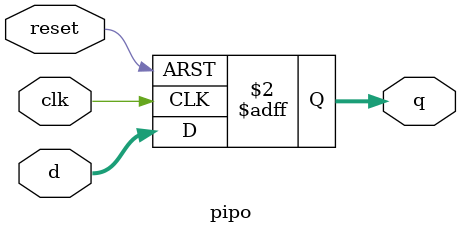
<source format=v>
module pipo(input clk, reset, input [3:0] d, output reg [3:0] q);
always @(posedge clk or posedge reset) begin
    if (reset) q <= 4'b0000;
    else q <= d;
end
endmodule


</source>
